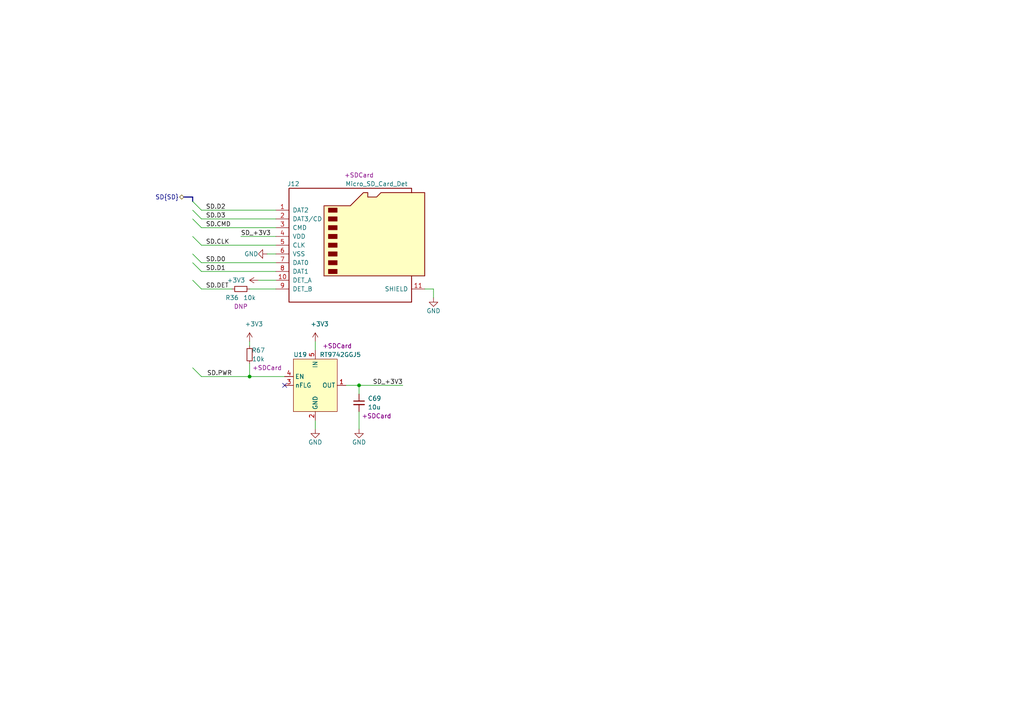
<source format=kicad_sch>
(kicad_sch (version 20210406) (generator eeschema)
  (paper "A4")
  (title_block (title "SD card") (date "2021-01-12") (rev "0.1") (company "Nabu Casa") (comment 1 "www.nabucasa.com") (comment 2 "Light Blue"))
  (lib_symbols
    (symbol "Connector:Micro_SD_Card_Det" (pin_names (offset 1.016))
      (property "Reference" "J" (at -16.51 17.78 0))
      (property "Value" "Micro_SD_Card_Det" (at 16.51 17.78 0))
      (symbol "Micro_SD_Card_Det_0_1"
        (rectangle (start -7.62 -6.985) (end -5.08 -8.255) (fill (type outline)))
        (rectangle (start -7.62 -4.445) (end -5.08 -5.715) (fill (type outline)))
        (rectangle (start -7.62 -1.905) (end -5.08 -3.175) (fill (type outline)))
        (rectangle (start -7.62 0.635) (end -5.08 -0.635) (fill (type outline)))
        (rectangle (start -7.62 3.175) (end -5.08 1.905) (fill (type outline)))
        (rectangle (start -7.62 5.715) (end -5.08 4.445) (fill (type outline)))
        (rectangle (start -7.62 8.255) (end -5.08 6.985) (fill (type outline)))
        (rectangle (start -7.62 10.795) (end -5.08 9.525) (fill (type outline)))
        (polyline (pts (xy 16.51 15.24) (xy 16.51 16.51) (xy -19.05 16.51) (xy -19.05 -16.51) (xy 16.51 -16.51) (xy 16.51 -8.89)) (stroke (width 0.254)))
        (polyline (pts (xy -8.89 -8.89) (xy -8.89 11.43) (xy -1.27 11.43) (xy 2.54 15.24) (xy 3.81 15.24) (xy 3.81 13.97) (xy 6.35 13.97) (xy 7.62 15.24) (xy 20.32 15.24) (xy 20.32 -8.89) (xy -8.89 -8.89)) (stroke (width 0.254)) (fill (type background)))
      )
      (symbol "Micro_SD_Card_Det_1_1"
        (pin bidirectional line (at -22.86 10.16 0) (length 3.81) (name "DAT2") (number "1"))
        (pin passive line (at -22.86 -10.16 0) (length 3.81) (name "DET_A") (number "10"))
        (pin passive line (at 20.32 -12.7 180) (length 3.81) (name "SHIELD") (number "11"))
        (pin bidirectional line (at -22.86 7.62 0) (length 3.81) (name "DAT3/CD") (number "2"))
        (pin input line (at -22.86 5.08 0) (length 3.81) (name "CMD") (number "3"))
        (pin power_in line (at -22.86 2.54 0) (length 3.81) (name "VDD") (number "4"))
        (pin input line (at -22.86 0 0) (length 3.81) (name "CLK") (number "5"))
        (pin power_in line (at -22.86 -2.54 0) (length 3.81) (name "VSS") (number "6"))
        (pin bidirectional line (at -22.86 -5.08 0) (length 3.81) (name "DAT0") (number "7"))
        (pin bidirectional line (at -22.86 -7.62 0) (length 3.81) (name "DAT1") (number "8"))
        (pin passive line (at -22.86 -12.7 0) (length 3.81) (name "DET_B") (number "9"))
      )
    )
    (symbol "Device:C_Small" (pin_numbers hide) (pin_names (offset 0.254) hide)
      (property "Reference" "C" (at 0.254 1.778 0))
      (property "Value" "C_Small" (at 0.254 -2.032 0))
      (symbol "C_Small_0_1"
        (polyline (pts (xy -1.524 -0.508) (xy 1.524 -0.508)) (stroke (width 0.3302)))
        (polyline (pts (xy -1.524 0.508) (xy 1.524 0.508)) (stroke (width 0.3048)))
      )
      (symbol "C_Small_1_1"
        (pin passive line (at 0 2.54 270) (length 2.032) (name "~") (number "1"))
        (pin passive line (at 0 -2.54 90) (length 2.032) (name "~") (number "2"))
      )
    )
    (symbol "Device:R_Small" (pin_numbers hide) (pin_names (offset 0.254) hide)
      (property "Reference" "R" (at 0.762 0.508 0))
      (property "Value" "R_Small" (at 0.762 -1.016 0))
      (symbol "R_Small_0_1"
        (rectangle (start -0.762 1.778) (end 0.762 -1.778) (stroke (width 0.2032)))
      )
      (symbol "R_Small_1_1"
        (pin passive line (at 0 2.54 270) (length 0.762) (name "~") (number "1"))
        (pin passive line (at 0 -2.54 90) (length 0.762) (name "~") (number "2"))
      )
    )
    (symbol "LightBlue:RT9742GGJ5"
      (property "Reference" "U" (at -5.08 8.89 0))
      (property "Value" "RT9742GGJ5" (at 7.62 8.89 0))
      (symbol "RT9742GGJ5_0_0"
        (pin power_out line (at 8.89 0 180) (length 2.54) (name "OUT") (number "1"))
        (pin power_in line (at 0 -10.16 90) (length 2.54) (name "GND") (number "2"))
        (pin open_collector line (at -8.89 0 0) (length 2.54) (name "nFLG") (number "3"))
        (pin input line (at -8.89 2.54 0) (length 2.54) (name "EN") (number "4"))
        (pin power_in line (at 0 10.16 270) (length 2.54) (name "IN") (number "5"))
      )
      (symbol "RT9742GGJ5_0_1"
        (rectangle (start -6.35 7.62) (end 6.35 -7.62) (fill (type background)))
      )
    )
    (symbol "power:+3V3" (power) (pin_names (offset 0))
      (property "Value" "+3V3" (at 0 3.556 0))
      (symbol "+3V3_0_1"
        (polyline (pts (xy -0.762 1.27) (xy 0 2.54)))
        (polyline (pts (xy 0 0) (xy 0 2.54)))
        (polyline (pts (xy 0 2.54) (xy 0.762 1.27)))
      )
      (symbol "+3V3_1_1"
        (pin power_in line (at 0 0 90) (length 0) hide (name "+3V3") (number "1"))
      )
    )
    (symbol "power:GND" (power) (pin_names (offset 0))
      (property "Value" "GND" (at 0 -3.81 0))
      (symbol "GND_0_1"
        (polyline (pts (xy 0 0) (xy 0 -1.27) (xy 1.27 -1.27) (xy 0 -2.54) (xy -1.27 -1.27) (xy 0 -1.27)))
      )
      (symbol "GND_1_1"
        (pin power_in line (at 0 0 270) (length 0) hide (name "GND") (number "1"))
      )
    )
  )
  (junction (at 72.39 109.22) (diameter 0.9144))
  (junction (at 104.14 111.76) (diameter 0.9144))
  (no_connect (at 82.55 111.76))
  (bus_entry (at 55.88 58.42) (size 2.54 2.54) (stroke (width 0.1524)))
  (bus_entry (at 55.88 60.96) (size 2.54 2.54) (stroke (width 0.1524)))
  (bus_entry (at 55.88 63.5) (size 2.54 2.54) (stroke (width 0.1524)))
  (bus_entry (at 55.88 68.58) (size 2.54 2.54) (stroke (width 0.1524)))
  (bus_entry (at 55.88 73.66) (size 2.54 2.54) (stroke (width 0.1524)))
  (bus_entry (at 55.88 76.2) (size 2.54 2.54) (stroke (width 0.1524)))
  (bus_entry (at 55.88 81.28) (size 2.54 2.54) (stroke (width 0.1524)))
  (bus_entry (at 55.88 106.68) (size 2.54 2.54) (stroke (width 0.1524)))
  (wire (pts (xy 58.42 60.96) (xy 80.01 60.96)))
  (wire (pts (xy 58.42 63.5) (xy 80.01 63.5)))
  (wire (pts (xy 58.42 66.04) (xy 80.01 66.04)))
  (wire (pts (xy 58.42 71.12) (xy 80.01 71.12)))
  (wire (pts (xy 58.42 76.2) (xy 80.01 76.2)))
  (wire (pts (xy 58.42 78.74) (xy 80.01 78.74)))
  (wire (pts (xy 58.42 83.82) (xy 67.31 83.82)))
  (wire (pts (xy 58.42 109.22) (xy 72.39 109.22)))
  (wire (pts (xy 69.85 68.58) (xy 80.01 68.58)))
  (wire (pts (xy 72.39 83.82) (xy 80.01 83.82)))
  (wire (pts (xy 72.39 99.06) (xy 72.39 100.33)))
  (wire (pts (xy 72.39 105.41) (xy 72.39 109.22)))
  (wire (pts (xy 72.39 109.22) (xy 82.55 109.22)))
  (wire (pts (xy 74.93 81.28) (xy 80.01 81.28)))
  (wire (pts (xy 80.01 73.66) (xy 77.47 73.66)))
  (wire (pts (xy 91.44 99.06) (xy 91.44 101.6)))
  (wire (pts (xy 91.44 121.92) (xy 91.44 124.46)))
  (wire (pts (xy 100.33 111.76) (xy 104.14 111.76)))
  (wire (pts (xy 104.14 111.76) (xy 104.14 114.3)))
  (wire (pts (xy 104.14 111.76) (xy 116.84 111.76)))
  (wire (pts (xy 104.14 119.38) (xy 104.14 124.46)))
  (wire (pts (xy 123.19 83.82) (xy 125.73 83.82)))
  (wire (pts (xy 125.73 83.82) (xy 125.73 86.36)))
  (bus (pts (xy 53.34 57.15) (xy 55.88 57.15)))
  (bus (pts (xy 55.88 57.15) (xy 55.88 106.68)))
  (label "SD.D2" (at 59.69 60.96 0))
  (label "SD.D3" (at 59.69 63.5 0))
  (label "SD.CMD" (at 59.69 66.04 0))
  (label "SD.CLK" (at 59.69 71.12 0))
  (label "SD.D0" (at 59.69 76.2 0))
  (label "SD.D1" (at 59.69 78.74 0))
  (label "SD.DET" (at 59.69 83.82 0))
  (label "SD.PWR" (at 67.31 109.22 180))
  (label "SD_+3V3" (at 69.85 68.58 0))
  (label "SD_+3V3" (at 116.84 111.76 180))
  (hierarchical_label "SD{SD}" (shape bidirectional) (at 53.34 57.15 180))
  (symbol (lib_id "power:+3V3") (at 72.39 99.06 0) (unit 1)
    (property "Reference" "#PWR0288" (effects hide))
    (property "Value" "+3V3" (at 73.66 93.98 0))
  )
  (symbol (lib_id "power:+3V3") (at 74.93 81.28 90) (unit 1)
    (property "Reference" "#PWR0243" (effects hide))
    (property "Value" "+3V3" (at 71.12 81.28 90) (effects (justify left)))
  )
  (symbol (lib_id "power:+3V3") (at 91.44 99.06 0) (unit 1)
    (property "Reference" "#PWR0239" (effects hide))
    (property "Value" "+3V3" (at 92.71 93.98 0))
  )
  (symbol (lib_id "power:GND") (at 77.47 73.66 270) (unit 1)
    (property "Reference" "#PWR0238" (effects hide))
    (property "Value" "GND" (at 74.93 73.66 90) (effects (justify right)))
  )
  (symbol (lib_id "power:GND") (at 91.44 124.46 0) (unit 1)
    (property "Reference" "#PWR0242" (effects hide))
    (property "Value" "GND" (at 91.44 128.27 0))
  )
  (symbol (lib_id "power:GND") (at 104.14 124.46 0) (unit 1)
    (property "Reference" "#PWR0241" (effects hide))
    (property "Value" "GND" (at 104.14 128.27 0))
  )
  (symbol (lib_id "power:GND") (at 125.73 86.36 0) (unit 1)
    (property "Reference" "#PWR0240" (effects hide))
    (property "Value" "GND" (at 125.73 90.17 0))
  )
  (symbol (lib_id "Device:R_Small") (at 69.85 83.82 270) (unit 1)
    (property "Reference" "R36" (at 67.31 86.36 90))
    (property "Value" "10k" (at 72.39 86.36 90))
    (property "Footprint" "Resistor_SMD:R_0402_1005Metric" (effects hide))
    (property "Config" "DNP" (at 69.85 88.9 90))
  )
  (symbol (lib_id "Device:R_Small") (at 72.39 102.87 0) (unit 1)
    (property "Reference" "R67" (at 74.93 101.6 0))
    (property "Value" "10k" (at 74.93 104.14 0))
    (property "Footprint" "Resistor_SMD:R_0402_1005Metric" (effects hide))
    (property "Config" "+SDCard" (at 77.47 106.68 0))
  )
  (symbol (lib_id "Device:C_Small") (at 104.14 116.84 0) (unit 1)
    (property "Reference" "C69" (at 106.68 115.57 0) (effects (justify left)))
    (property "Value" "10u" (at 106.68 118.11 0) (effects (justify left)))
    (property "Footprint" "Capacitor_SMD:C_0805_2012Metric" (effects hide))
    (property "Config" "+SDCard" (at 109.22 120.65 0))
  )
  (symbol (lib_id "LightBlue:RT9742GGJ5") (at 91.44 111.76 0) (unit 1)
    (property "Reference" "U19" (at 85.09 102.87 0) (effects (justify left)))
    (property "Value" "RT9742GGJ5" (at 92.71 102.87 0) (effects (justify left)))
    (property "Footprint" "Package_TO_SOT_SMD:SOT-23-5" (effects hide))
    (property "Datasheet" "https://www.richtek.com/assets/product_file/RT9742/DS9742-00.pdf" (effects hide))
    (property "Config" "+SDCard" (at 97.79 100.33 0))
    (property "Manufacturer" "Richtek USA" (effects hide))
    (property "PartNumber" "RT9742GGJ5" (effects hide))
  )
  (symbol (lib_id "Connector:Micro_SD_Card_Det") (at 102.87 71.12 0) (unit 1)
    (property "Reference" "J12" (at 85.09 53.34 0))
    (property "Value" "Micro_SD_Card_Det" (at 109.22 53.34 0))
    (property "Footprint" "Connector_Card:microSD_HC_Molex_104031-0811" (effects hide))
    (property "Datasheet" "https://www.hirose.com/product/en/download_file/key_name/DM3/category/Catalog/doc_file_id/49662/?file_category_id=4&item_id=195&is_series=1" (effects hide))
    (property "Config" "+SDCard" (at 104.14 50.8 0))
    (property "Manufacturer" "Molex" (effects hide))
    (property "PartNumber" "104031-0811" (effects hide))
  )
)
</source>
